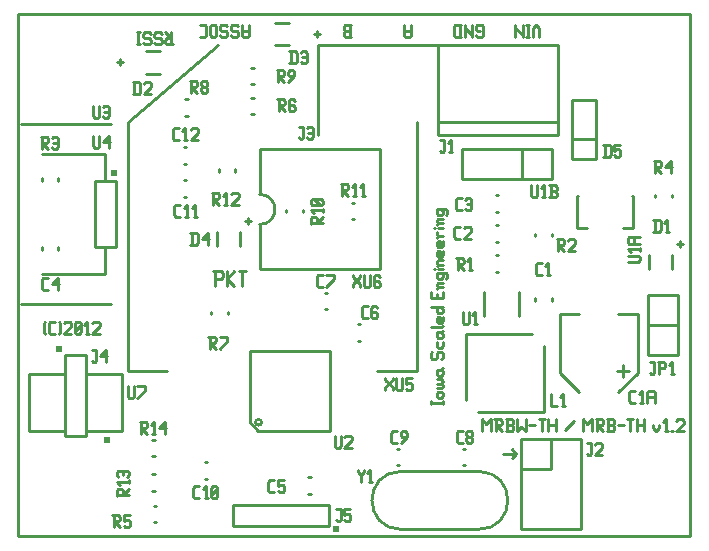
<source format=gbr>
G04 start of page 7 for group -4079 idx -4079 *
G04 Title: (unknown), topsilk *
G04 Creator: pcb 20110918 *
G04 CreationDate: Thu 28 Mar 2013 11:01:16 PM GMT UTC *
G04 For: railfan *
G04 Format: Gerber/RS-274X *
G04 PCB-Dimensions: 225000 175000 *
G04 PCB-Coordinate-Origin: lower left *
%MOIN*%
%FSLAX25Y25*%
%LNTOPSILK*%
%ADD104C,0.0100*%
%ADD103C,0.0001*%
G54D103*G36*
X29000Y33500D02*X31000D01*
Y31500D01*
X29000D01*
Y33500D01*
G37*
G36*
X31500Y122500D02*X33500D01*
Y120500D01*
X31500D01*
Y122500D01*
G37*
G36*
X13000Y64000D02*X15000D01*
Y62000D01*
X13000D01*
Y64000D01*
G37*
G36*
X105500Y4000D02*X107500D01*
Y2000D01*
X105500D01*
Y4000D01*
G37*
G54D104*X500Y174500D02*X224500D01*
X100000Y169000D02*Y167000D01*
X99000Y168000D02*X101000D01*
X224500Y500D02*X500D01*
X72000Y11000D02*X104000D01*
Y4000D01*
X72000D01*
Y11000D01*
X500Y500D02*Y174500D01*
X16000Y61000D02*Y34000D01*
X34500Y159500D02*Y157500D01*
X33500Y158500D02*X35500D01*
X77000Y106500D02*Y104500D01*
X33000Y119000D02*X26000D01*
X29500Y128000D02*Y119000D01*
X76000Y105500D02*X78000D01*
X166500Y28000D02*X165000Y29500D01*
X26000Y119000D02*Y97000D01*
X33000D01*
Y119000D01*
X29500Y88000D02*Y97000D01*
X16000Y34000D02*X23000D01*
Y61000D01*
X16000D01*
X224500Y174500D02*Y500D01*
X221000Y99000D02*Y97000D01*
X220000Y98000D02*X222000D01*
X166500Y28000D02*X165000Y26500D01*
X166500Y28000D02*X162000D01*
X131500Y171000D02*Y167500D01*
X131000Y167000D01*
X129500D02*X131000D01*
X129500D02*X129000Y167500D01*
Y171000D02*Y167500D01*
Y169000D02*X131500D01*
X109500Y171000D02*X111500D01*
X109500D02*X109000Y170500D01*
Y169500D01*
X109500Y169000D02*X109000Y169500D01*
X109500Y169000D02*X111000D01*
Y171000D02*Y167000D01*
X109500D02*X111500D01*
X109500D02*X109000Y167500D01*
Y168500D02*Y167500D01*
X109500Y169000D02*X109000Y168500D01*
X174000Y170000D02*Y167000D01*
Y170000D02*X173000Y171000D01*
X172000Y170000D01*
Y167000D01*
X169800D02*X170800D01*
X170300Y171000D02*Y167000D01*
X169800Y171000D02*X170800D01*
X168600D02*Y167000D01*
Y167500D02*Y167000D01*
Y167500D02*X166100Y170000D01*
Y171000D02*Y167000D01*
X153500D02*X153000Y167500D01*
X153500Y167000D02*X155000D01*
X155500Y167500D02*X155000Y167000D01*
X155500Y170500D02*Y167500D01*
Y170500D02*X155000Y171000D01*
X153500D02*X155000D01*
X153500D02*X153000Y170500D01*
Y169500D01*
X153500Y169000D02*X153000Y169500D01*
X153500Y169000D02*X154500D01*
X151800Y171000D02*Y167000D01*
Y167500D02*Y167000D01*
Y167500D02*X149300Y170000D01*
Y171000D02*Y167000D01*
X147600Y171000D02*Y167000D01*
X146100D02*X145600Y167500D01*
Y170500D02*Y167500D01*
X146100Y171000D02*X145600Y170500D01*
X146100Y171000D02*X148100D01*
X146100Y167000D02*X148100D01*
X9000Y68500D02*X9500Y68000D01*
X9000Y71500D02*X9500Y72000D01*
X9000Y71500D02*Y68500D01*
X11200Y68000D02*X12700D01*
X10700Y68500D02*X11200Y68000D01*
X10700Y71500D02*Y68500D01*
Y71500D02*X11200Y72000D01*
X12700D01*
X13900D02*X14400Y71500D01*
Y68500D01*
X13900Y68000D02*X14400Y68500D01*
X15600Y71500D02*X16100Y72000D01*
X17600D01*
X18100Y71500D01*
Y70500D01*
X15600Y68000D02*X18100Y70500D01*
X15600Y68000D02*X18100D01*
X19300Y68500D02*X19800Y68000D01*
X19300Y71500D02*Y68500D01*
Y71500D02*X19800Y72000D01*
X20800D01*
X21300Y71500D01*
Y68500D01*
X20800Y68000D02*X21300Y68500D01*
X19800Y68000D02*X20800D01*
X19300Y69000D02*X21300Y71000D01*
X23000Y68000D02*X24000D01*
X23500Y72000D02*Y68000D01*
X22500Y71000D02*X23500Y72000D01*
X25200Y71500D02*X25700Y72000D01*
X27200D01*
X27700Y71500D01*
Y70500D01*
X25200Y68000D02*X27700Y70500D01*
X25200Y68000D02*X27700D01*
X50000Y164500D02*X52000D01*
X50000D02*X49500Y165000D01*
Y166000D02*Y165000D01*
X50000Y166500D02*X49500Y166000D01*
X50000Y166500D02*X51500D01*
Y168500D02*Y164500D01*
Y166500D02*X49500Y168500D01*
X46300Y164500D02*X45800Y165000D01*
X46300Y164500D02*X47800D01*
X48300Y165000D02*X47800Y164500D01*
X48300Y166000D02*Y165000D01*
Y166000D02*X47800Y166500D01*
X46300D02*X47800D01*
X46300D02*X45800Y167000D01*
Y168000D02*Y167000D01*
X46300Y168500D02*X45800Y168000D01*
X46300Y168500D02*X47800D01*
X48300Y168000D02*X47800Y168500D01*
X42600Y164500D02*X42100Y165000D01*
X42600Y164500D02*X44100D01*
X44600Y165000D02*X44100Y164500D01*
X44600Y166000D02*Y165000D01*
Y166000D02*X44100Y166500D01*
X42600D02*X44100D01*
X42600D02*X42100Y167000D01*
Y168000D02*Y167000D01*
X42600Y168500D02*X42100Y168000D01*
X42600Y168500D02*X44100D01*
X44600Y168000D02*X44100Y168500D01*
X39900Y164500D02*X40900D01*
X40400Y168500D02*Y164500D01*
X39900Y168500D02*X40900D01*
X66110Y88866D02*Y83986D01*
X65500Y88866D02*X67940D01*
X68550Y88256D01*
Y87036D01*
X67940Y86426D02*X68550Y87036D01*
X66110Y86426D02*X67940D01*
X70014Y88866D02*Y83986D01*
Y86426D02*X72454Y88866D01*
X70014Y86426D02*X72454Y83986D01*
X73918Y88866D02*X76358D01*
X75138D02*Y83986D01*
X77500Y171000D02*Y167500D01*
X77000Y167000D01*
X75500D02*X77000D01*
X75500D02*X75000Y167500D01*
Y171000D02*Y167500D01*
Y169000D02*X77500D01*
X71800Y167000D02*X71300Y167500D01*
X71800Y167000D02*X73300D01*
X73800Y167500D02*X73300Y167000D01*
X73800Y168500D02*Y167500D01*
Y168500D02*X73300Y169000D01*
X71800D02*X73300D01*
X71800D02*X71300Y169500D01*
Y170500D02*Y169500D01*
X71800Y171000D02*X71300Y170500D01*
X71800Y171000D02*X73300D01*
X73800Y170500D02*X73300Y171000D01*
X68100Y167000D02*X67600Y167500D01*
X68100Y167000D02*X69600D01*
X70100Y167500D02*X69600Y167000D01*
X70100Y168500D02*Y167500D01*
Y168500D02*X69600Y169000D01*
X68100D02*X69600D01*
X68100D02*X67600Y169500D01*
Y170500D02*Y169500D01*
X68100Y171000D02*X67600Y170500D01*
X68100Y171000D02*X69600D01*
X70100Y170500D02*X69600Y171000D01*
X66400Y170500D02*Y167500D01*
X65900Y167000D01*
X64900D02*X65900D01*
X64900D02*X64400Y167500D01*
Y170500D02*Y167500D01*
X64900Y171000D02*X64400Y170500D01*
X64900Y171000D02*X65900D01*
X66400Y170500D02*X65900Y171000D01*
X61200D02*X62700D01*
X63200Y170500D02*X62700Y171000D01*
X63200Y170500D02*Y167500D01*
X62700Y167000D01*
X61200D02*X62700D01*
X155000Y39500D02*Y35500D01*
Y39500D02*X156500Y38000D01*
X158000Y39500D01*
Y35500D01*
X159200Y39500D02*X161200D01*
X161700Y39000D01*
Y38000D01*
X161200Y37500D02*X161700Y38000D01*
X159700Y37500D02*X161200D01*
X159700Y39500D02*Y35500D01*
Y37500D02*X161700Y35500D01*
X162900D02*X164900D01*
X165400Y36000D01*
Y37000D02*Y36000D01*
X164900Y37500D02*X165400Y37000D01*
X163400Y37500D02*X164900D01*
X163400Y39500D02*Y35500D01*
X162900Y39500D02*X164900D01*
X165400Y39000D01*
Y38000D01*
X164900Y37500D02*X165400Y38000D01*
X166600Y39500D02*Y35500D01*
X168100Y37000D01*
X169600Y35500D01*
Y39500D02*Y35500D01*
X170800Y37500D02*X172800D01*
X174000Y39500D02*X176000D01*
X175000D02*Y35500D01*
X177200Y39500D02*Y35500D01*
X179700Y39500D02*Y35500D01*
X177200Y37500D02*X179700D01*
X182700Y36000D02*X185700Y39000D01*
X188700Y39500D02*Y35500D01*
Y39500D02*X190200Y38000D01*
X191700Y39500D01*
Y35500D01*
X192900Y39500D02*X194900D01*
X195400Y39000D01*
Y38000D01*
X194900Y37500D02*X195400Y38000D01*
X193400Y37500D02*X194900D01*
X193400Y39500D02*Y35500D01*
Y37500D02*X195400Y35500D01*
X196600D02*X198600D01*
X199100Y36000D01*
Y37000D02*Y36000D01*
X198600Y37500D02*X199100Y37000D01*
X197100Y37500D02*X198600D01*
X197100Y39500D02*Y35500D01*
X196600Y39500D02*X198600D01*
X199100Y39000D01*
Y38000D01*
X198600Y37500D02*X199100Y38000D01*
X200300Y37500D02*X202300D01*
X203500Y39500D02*X205500D01*
X204500D02*Y35500D01*
X206700Y39500D02*Y35500D01*
X209200Y39500D02*Y35500D01*
X206700Y37500D02*X209200D01*
X212200D02*Y36500D01*
X213200Y35500D01*
X214200Y36500D01*
Y37500D02*Y36500D01*
X215900Y35500D02*X216900D01*
X216400Y39500D02*Y35500D01*
X215400Y38500D02*X216400Y39500D01*
X218100Y35500D02*X218600D01*
X219800Y39000D02*X220300Y39500D01*
X221800D01*
X222300Y39000D01*
Y38000D01*
X219800Y35500D02*X222300Y38000D01*
X219800Y35500D02*X222300D01*
X138000Y45500D02*Y44500D01*
Y45000D02*X142000D01*
Y45500D02*Y44500D01*
X140500Y46700D02*X141500D01*
X140500D02*X140000Y47200D01*
Y48200D02*Y47200D01*
Y48200D02*X140500Y48700D01*
X141500D01*
X142000Y48200D02*X141500Y48700D01*
X142000Y48200D02*Y47200D01*
X141500Y46700D02*X142000Y47200D01*
X140000Y49900D02*X141500D01*
X142000Y50400D01*
Y50900D02*Y50400D01*
Y50900D02*X141500Y51400D01*
X140000D02*X141500D01*
X142000Y51900D01*
Y52400D02*Y51900D01*
Y52400D02*X141500Y52900D01*
X140000D02*X141500D01*
X140000Y55600D02*X140500Y56100D01*
X140000Y55600D02*Y54600D01*
X140500Y54100D02*X140000Y54600D01*
X140500Y54100D02*X141500D01*
X142000Y54600D01*
X140000Y56100D02*X141500D01*
X142000Y56600D01*
Y55600D02*Y54600D01*
Y55600D02*X141500Y56100D01*
X138000Y61600D02*X138500Y62100D01*
X138000Y61600D02*Y60100D01*
X138500Y59600D02*X138000Y60100D01*
X138500Y59600D02*X139500D01*
X140000Y60100D01*
Y61600D02*Y60100D01*
Y61600D02*X140500Y62100D01*
X141500D01*
X142000Y61600D02*X141500Y62100D01*
X142000Y61600D02*Y60100D01*
X141500Y59600D02*X142000Y60100D01*
X140000Y65300D02*Y63800D01*
X140500Y63300D02*X140000Y63800D01*
X140500Y63300D02*X141500D01*
X142000Y63800D01*
Y65300D02*Y63800D01*
X140000Y68000D02*X140500Y68500D01*
X140000Y68000D02*Y67000D01*
X140500Y66500D02*X140000Y67000D01*
X140500Y66500D02*X141500D01*
X142000Y67000D01*
X140000Y68500D02*X141500D01*
X142000Y69000D01*
Y68000D02*Y67000D01*
Y68000D02*X141500Y68500D01*
X138000Y70200D02*X141500D01*
X142000Y70700D01*
Y73700D02*Y72200D01*
X141500Y71700D02*X142000Y72200D01*
X140500Y71700D02*X141500D01*
X140500D02*X140000Y72200D01*
Y73200D02*Y72200D01*
Y73200D02*X140500Y73700D01*
X141000D02*Y71700D01*
X140500Y73700D02*X141000D01*
X138000Y76900D02*X142000D01*
Y76400D02*X141500Y76900D01*
X142000Y76400D02*Y75400D01*
X141500Y74900D02*X142000Y75400D01*
X140500Y74900D02*X141500D01*
X140500D02*X140000Y75400D01*
Y76400D02*Y75400D01*
Y76400D02*X140500Y76900D01*
X140000Y81400D02*Y79900D01*
X142000Y81900D02*Y79900D01*
X138000D02*X142000D01*
X138000Y81900D02*Y79900D01*
X140500Y83600D02*X142000D01*
X140500D02*X140000Y84100D01*
Y84600D02*Y84100D01*
Y84600D02*X140500Y85100D01*
X142000D01*
X140000Y83100D02*X140500Y83600D01*
X140000Y87800D02*X140500Y88300D01*
X140000Y87800D02*Y86800D01*
X140500Y86300D02*X140000Y86800D01*
X140500Y86300D02*X141500D01*
X142000Y86800D01*
Y87800D02*Y86800D01*
Y87800D02*X141500Y88300D01*
X143000Y86300D02*X143500Y86800D01*
Y87800D02*Y86800D01*
Y87800D02*X143000Y88300D01*
X140000D02*X143000D01*
X139000Y89500D02*X139500D01*
X140500D02*X142000D01*
X140500Y91000D02*X142000D01*
X140500D02*X140000Y91500D01*
Y92000D02*Y91500D01*
Y92000D02*X140500Y92500D01*
X142000D01*
X140000Y90500D02*X140500Y91000D01*
X142000Y95700D02*Y94200D01*
X141500Y93700D02*X142000Y94200D01*
X140500Y93700D02*X141500D01*
X140500D02*X140000Y94200D01*
Y95200D02*Y94200D01*
Y95200D02*X140500Y95700D01*
X141000D02*Y93700D01*
X140500Y95700D02*X141000D01*
X142000Y98900D02*Y97400D01*
X141500Y96900D02*X142000Y97400D01*
X140500Y96900D02*X141500D01*
X140500D02*X140000Y97400D01*
Y98400D02*Y97400D01*
Y98400D02*X140500Y98900D01*
X141000D02*Y96900D01*
X140500Y98900D02*X141000D01*
X140500Y100600D02*X142000D01*
X140500D02*X140000Y101100D01*
Y102100D02*Y101100D01*
Y100100D02*X140500Y100600D01*
X139000Y103300D02*X139500D01*
X140500D02*X142000D01*
X140500Y104800D02*X142000D01*
X140500D02*X140000Y105300D01*
Y105800D02*Y105300D01*
Y105800D02*X140500Y106300D01*
X142000D01*
X140000Y104300D02*X140500Y104800D01*
X140000Y109000D02*X140500Y109500D01*
X140000Y109000D02*Y108000D01*
X140500Y107500D02*X140000Y108000D01*
X140500Y107500D02*X141500D01*
X142000Y108000D01*
Y109000D02*Y108000D01*
Y109000D02*X141500Y109500D01*
X143000Y107500D02*X143500Y108000D01*
Y109000D02*Y108000D01*
Y109000D02*X143000Y109500D01*
X140000D02*X143000D01*
X62607Y19745D02*X63393D01*
X62607Y25255D02*X63393D01*
X45607Y10755D02*X46393D01*
X45607Y5245D02*X46393D01*
X45107Y32755D02*X45893D01*
X45107Y27245D02*X45893D01*
X45107Y21255D02*X45893D01*
X45107Y15745D02*X45893D01*
X4000Y35500D02*X16000D01*
X23000D02*X35000D01*
X4000Y54500D02*Y35500D01*
Y54500D02*X16000D01*
X23000D02*X35000D01*
Y35500D01*
X175543Y64000D02*Y42000D01*
X153543D02*X175543D01*
X149543Y68000D02*Y46000D01*
Y68000D02*X171543D01*
X126564Y24245D02*X127350D01*
X126564Y29755D02*X127350D01*
X148607D02*X149393D01*
X148607Y24245D02*X149393D01*
X128008Y2854D02*X153992D01*
X128008Y22146D02*X153992D01*
X128008D02*G75*G03X128008Y2854I0J-9646D01*G01*
X153992D02*G75*G03X153992Y22146I0J9646D01*G01*
X178000Y33000D02*Y23000D01*
X168000D02*X178000D01*
X168000Y33000D02*X188000D01*
Y3000D01*
X168000D02*X188000D01*
X168000Y33000D02*Y3000D01*
X111607Y106245D02*X112393D01*
X111607Y111755D02*X112393D01*
X81000Y129500D02*Y114500D01*
Y104500D02*Y89500D01*
Y129500D02*X121000D01*
Y89500D01*
X81000D02*X121000D01*
X81000Y104500D02*G75*G03X81000Y114500I0J5000D01*G01*
X80521Y35621D02*X77621Y38521D01*
X80521Y35621D02*X104379D01*
Y62379D02*Y35621D01*
X77621Y62379D02*X104379D01*
X77621D02*Y38521D01*
X80521Y37521D02*G75*G03X80521Y37521I0J1000D01*G01*
X102607Y76245D02*X103393D01*
X102607Y81755D02*X103393D01*
X113607Y65745D02*X114393D01*
X113607Y71255D02*X114393D01*
X97107Y20255D02*X97893D01*
X97107Y14745D02*X97893D01*
X172788Y79893D02*Y79107D01*
X178298Y79893D02*Y79107D01*
X167441Y81937D02*Y74063D01*
X155629Y81937D02*Y74063D01*
X172788Y101393D02*Y100607D01*
X178298Y101393D02*Y100607D01*
X168500Y119500D02*X178500D01*
X168500Y129500D02*Y119500D01*
X178500Y129500D02*Y119500D01*
X148500D02*X178500D01*
X148500Y129500D02*Y119500D01*
Y129500D02*X178500D01*
X140500Y164300D02*Y134300D01*
X180500Y164300D02*Y134300D01*
X140500Y138700D02*X180500D01*
X140500Y134300D02*X180500D01*
X140500Y164300D02*X180500D01*
X185000Y133000D02*X193000D01*
X185000Y145900D02*X193000D01*
X185000Y126200D02*X193000D01*
X185000Y145900D02*Y126200D01*
X193000Y145900D02*Y126200D01*
X220500Y71000D02*Y81000D01*
X210500Y71000D02*X220500D01*
Y81000D02*X210500D01*
X220500Y61000D02*Y81000D01*
X210500Y61000D02*X220500D01*
X210500Y81000D02*Y61000D01*
X218240Y94362D02*Y89638D01*
X210760Y94362D02*Y89638D01*
X218255Y114393D02*Y113607D01*
X212745Y114393D02*Y113607D01*
X202000Y57500D02*Y53500D01*
X200000Y55500D02*X204000D01*
X206992Y55004D02*X200496Y48508D01*
X181008Y55004D02*X187504Y48508D01*
X206992Y74492D02*Y55004D01*
X181008Y74492D02*Y55004D01*
Y74492D02*X187504D01*
X200496D02*X206992D01*
X186750Y113901D02*X186929D01*
X205071D02*X205250D01*
X186750Y103271D02*X190000D01*
X202000D02*X205250D01*
X186750Y113901D02*Y103271D01*
X205250Y113901D02*Y103271D01*
X159650Y114255D02*X160436D01*
X159650Y108745D02*X160436D01*
X159607Y104255D02*X160393D01*
X159607Y98745D02*X160393D01*
X159650Y88745D02*X160436D01*
X159650Y94255D02*X160436D01*
X100500Y164300D02*X140500D01*
Y134300D01*
X100500Y164300D02*Y134300D01*
X70298Y75393D02*Y74607D01*
X64788Y75393D02*Y74607D01*
X66760Y101862D02*Y97138D01*
X74240Y101862D02*Y97138D01*
X56107Y140745D02*X56893D01*
X56107Y146255D02*X56893D01*
X72755Y122893D02*Y122107D01*
X67245Y122893D02*Y122107D01*
X1500Y138000D02*X31500D01*
X1500Y78000D02*X31500D01*
X13755Y119850D02*Y119064D01*
X8245Y119850D02*Y119064D01*
Y96893D02*Y96107D01*
X13755Y96893D02*Y96107D01*
X29500Y88000D02*X8500D01*
X29500Y128000D02*X8500D01*
X55564Y119255D02*X56350D01*
X55564Y113745D02*X56350D01*
X95255Y109350D02*Y108564D01*
X89745Y109350D02*Y108564D01*
X55564Y130255D02*X56350D01*
X55564Y124745D02*X56350D01*
X86138Y171740D02*X90862D01*
X86138Y164260D02*X90862D01*
X43138Y154760D02*X47862D01*
X43138Y162240D02*X47862D01*
X78107Y146755D02*X78893D01*
X78107Y141245D02*X78893D01*
X78107Y156755D02*X78893D01*
X78107Y151245D02*X78893D01*
X36886Y138457D02*Y55465D01*
X133500Y138457D02*Y55465D01*
X36886D02*X50193D01*
X120193D02*X133500D01*
X36886Y138457D02*X67083Y164166D01*
X63850Y67107D02*X65850D01*
X66350Y66607D01*
Y65607D01*
X65850Y65107D02*X66350Y65607D01*
X64350Y65107D02*X65850D01*
X64350Y67107D02*Y63107D01*
Y65107D02*X66350Y63107D01*
X67550D02*X70050Y65607D01*
Y67107D02*Y65607D01*
X67550Y67107D02*X70050D01*
X8850Y82650D02*X10350D01*
X8350Y83150D02*X8850Y82650D01*
X8350Y86150D02*Y83150D01*
Y86150D02*X8850Y86650D01*
X10350D01*
X11550Y84650D02*X13550Y86650D01*
X11550Y84650D02*X14050D01*
X13550Y86650D02*Y82650D01*
X58350Y101650D02*Y97650D01*
X59850Y101650D02*X60350Y101150D01*
Y98150D01*
X59850Y97650D02*X60350Y98150D01*
X57850Y97650D02*X59850D01*
X57850Y101650D02*X59850D01*
X61550Y99650D02*X63550Y101650D01*
X61550Y99650D02*X64050D01*
X63550Y101650D02*Y97650D01*
X25000Y62500D02*X26500D01*
Y59000D01*
X26000Y58500D02*X26500Y59000D01*
X25500Y58500D02*X26000D01*
X25000Y59000D02*X25500Y58500D01*
X27700Y60500D02*X29700Y62500D01*
X27700Y60500D02*X30200D01*
X29700Y62500D02*Y58500D01*
X59350Y13150D02*X60850D01*
X58850Y13650D02*X59350Y13150D01*
X58850Y16650D02*Y13650D01*
Y16650D02*X59350Y17150D01*
X60850D01*
X62550Y13150D02*X63550D01*
X63050Y17150D02*Y13150D01*
X62050Y16150D02*X63050Y17150D01*
X64750Y13650D02*X65250Y13150D01*
X64750Y16650D02*Y13650D01*
Y16650D02*X65250Y17150D01*
X66250D01*
X66750Y16650D01*
Y13650D01*
X66250Y13150D02*X66750Y13650D01*
X65250Y13150D02*X66250D01*
X64750Y14150D02*X66750Y16150D01*
X37000Y50500D02*Y47000D01*
X37500Y46500D01*
X38500D01*
X39000Y47000D01*
Y50500D02*Y47000D01*
X40200Y46500D02*X42700Y49000D01*
Y50500D02*Y49000D01*
X40200Y50500D02*X42700D01*
X31850Y7564D02*X33850D01*
X34350Y7064D01*
Y6064D01*
X33850Y5564D02*X34350Y6064D01*
X32350Y5564D02*X33850D01*
X32350Y7564D02*Y3564D01*
Y5564D02*X34350Y3564D01*
X35550Y7564D02*X37550D01*
X35550D02*Y5564D01*
X36050Y6064D01*
X37050D01*
X37550Y5564D01*
Y4064D01*
X37050Y3564D02*X37550Y4064D01*
X36050Y3564D02*X37050D01*
X35550Y4064D02*X36050Y3564D01*
X33350Y15936D02*Y13936D01*
Y15936D02*X33850Y16436D01*
X34850D01*
X35350Y15936D02*X34850Y16436D01*
X35350Y15936D02*Y14436D01*
X33350D02*X37350D01*
X35350D02*X37350Y16436D01*
Y19136D02*Y18136D01*
X33350Y18636D02*X37350D01*
X34350Y17636D02*X33350Y18636D01*
X33850Y20336D02*X33350Y20836D01*
Y21836D02*Y20836D01*
Y21836D02*X33850Y22336D01*
X36850D01*
X37350Y21836D02*X36850Y22336D01*
X37350Y21836D02*Y20836D01*
X36850Y20336D02*X37350Y20836D01*
X35350Y22336D02*Y20836D01*
X40893Y38650D02*X42893D01*
X43393Y38150D01*
Y37150D01*
X42893Y36650D02*X43393Y37150D01*
X41393Y36650D02*X42893D01*
X41393Y38650D02*Y34650D01*
Y36650D02*X43393Y34650D01*
X45093D02*X46093D01*
X45593Y38650D02*Y34650D01*
X44593Y37650D02*X45593Y38650D01*
X47293Y36650D02*X49293Y38650D01*
X47293Y36650D02*X49793D01*
X49293Y38650D02*Y34650D01*
X178000Y48043D02*Y44043D01*
X180000D01*
X181700D02*X182700D01*
X182200Y48043D02*Y44043D01*
X181200Y47043D02*X182200Y48043D01*
X125264Y31607D02*X126764D01*
X124764Y32107D02*X125264Y31607D01*
X124764Y35107D02*Y32107D01*
Y35107D02*X125264Y35607D01*
X126764D01*
X127964Y31607D02*X129964Y33607D01*
Y35107D02*Y33607D01*
X129464Y35607D02*X129964Y35107D01*
X128464Y35607D02*X129464D01*
X127964Y35107D02*X128464Y35607D01*
X127964Y35107D02*Y34107D01*
X128464Y33607D01*
X129964D01*
X147065Y31693D02*X148565D01*
X146565Y32193D02*X147065Y31693D01*
X146565Y35193D02*Y32193D01*
Y35193D02*X147065Y35693D01*
X148565D01*
X149765Y32193D02*X150265Y31693D01*
X149765Y33193D02*Y32193D01*
Y33193D02*X150265Y33693D01*
X151265D01*
X151765Y33193D01*
Y32193D01*
X151265Y31693D02*X151765Y32193D01*
X150265Y31693D02*X151265D01*
X149765Y34193D02*X150265Y33693D01*
X149765Y35193D02*Y34193D01*
Y35193D02*X150265Y35693D01*
X151265D01*
X151765Y35193D01*
Y34193D01*
X151265Y33693D02*X151765Y34193D01*
X122752Y53193D02*Y52693D01*
X125252Y50193D01*
Y49193D01*
X122752Y50193D02*Y49193D01*
Y50193D02*X125252Y52693D01*
Y53193D02*Y52693D01*
X126452Y53193D02*Y49693D01*
X126952Y49193D01*
X127952D01*
X128452Y49693D01*
Y53193D02*Y49693D01*
X129652Y53193D02*X131652D01*
X129652D02*Y51193D01*
X130152Y51693D01*
X131152D01*
X131652Y51193D01*
Y49693D01*
X131152Y49193D02*X131652Y49693D01*
X130152Y49193D02*X131152D01*
X129652Y49693D02*X130152Y49193D01*
X190000Y31500D02*X191500D01*
Y28000D01*
X191000Y27500D02*X191500Y28000D01*
X190500Y27500D02*X191000D01*
X190000Y28000D02*X190500Y27500D01*
X192700Y31000D02*X193200Y31500D01*
X194700D01*
X195200Y31000D01*
Y30000D01*
X192700Y27500D02*X195200Y30000D01*
X192700Y27500D02*X195200D01*
X204657Y45000D02*X206157D01*
X204157Y45500D02*X204657Y45000D01*
X204157Y48500D02*Y45500D01*
Y48500D02*X204657Y49000D01*
X206157D01*
X207857Y45000D02*X208857D01*
X208357Y49000D02*Y45000D01*
X207357Y48000D02*X208357Y49000D01*
X210057Y48500D02*Y45000D01*
Y48500D02*X210557Y49000D01*
X212057D01*
X212557Y48500D01*
Y45000D01*
X210057Y47000D02*X212557D01*
X112000Y87500D02*Y87000D01*
X114500Y84500D01*
Y83500D01*
X112000Y84500D02*Y83500D01*
Y84500D02*X114500Y87000D01*
Y87500D02*Y87000D01*
X115700Y87500D02*Y84000D01*
X116200Y83500D01*
X117200D01*
X117700Y84000D01*
Y87500D02*Y84000D01*
X120400Y87500D02*X120900Y87000D01*
X119400Y87500D02*X120400D01*
X118900Y87000D02*X119400Y87500D01*
X118900Y87000D02*Y84000D01*
X119400Y83500D01*
X120400Y85500D02*X120900Y85000D01*
X118900Y85500D02*X120400D01*
X119400Y83500D02*X120400D01*
X120900Y84000D01*
Y85000D02*Y84000D01*
X106000Y34000D02*Y30500D01*
X106500Y30000D01*
X107500D01*
X108000Y30500D01*
Y34000D02*Y30500D01*
X109200Y33500D02*X109700Y34000D01*
X111200D01*
X111700Y33500D01*
Y32500D01*
X109200Y30000D02*X111700Y32500D01*
X109200Y30000D02*X111700D01*
X113657Y22500D02*Y22000D01*
X114657Y21000D01*
X115657Y22000D01*
Y22500D02*Y22000D01*
X114657Y21000D02*Y18500D01*
X117357D02*X118357D01*
X117857Y22500D02*Y18500D01*
X116857Y21500D02*X117857Y22500D01*
X115436Y73150D02*X116936D01*
X114936Y73650D02*X115436Y73150D01*
X114936Y76650D02*Y73650D01*
Y76650D02*X115436Y77150D01*
X116936D01*
X119636D02*X120136Y76650D01*
X118636Y77150D02*X119636D01*
X118136Y76650D02*X118636Y77150D01*
X118136Y76650D02*Y73650D01*
X118636Y73150D01*
X119636Y75150D02*X120136Y74650D01*
X118136Y75150D02*X119636D01*
X118636Y73150D02*X119636D01*
X120136Y73650D01*
Y74650D02*Y73650D01*
X106500Y9500D02*X108000D01*
Y6000D01*
X107500Y5500D02*X108000Y6000D01*
X107000Y5500D02*X107500D01*
X106500Y6000D02*X107000Y5500D01*
X109200Y9500D02*X111200D01*
X109200D02*Y7500D01*
X109700Y8000D01*
X110700D01*
X111200Y7500D01*
Y6000D01*
X110700Y5500D02*X111200Y6000D01*
X109700Y5500D02*X110700D01*
X109200Y6000D02*X109700Y5500D01*
X148611Y75220D02*Y71720D01*
X149111Y71220D01*
X150111D01*
X150611Y71720D01*
Y75220D02*Y71720D01*
X152311Y71220D02*X153311D01*
X152811Y75220D02*Y71220D01*
X151811Y74220D02*X152811Y75220D01*
X100479Y83650D02*X101979D01*
X99979Y84150D02*X100479Y83650D01*
X99979Y87150D02*Y84150D01*
Y87150D02*X100479Y87650D01*
X101979D01*
X103179Y83650D02*X105679Y86150D01*
Y87650D02*Y86150D01*
X103179Y87650D02*X105679D01*
X84350Y15150D02*X85850D01*
X83850Y15650D02*X84350Y15150D01*
X83850Y18650D02*Y15650D01*
Y18650D02*X84350Y19150D01*
X85850D01*
X87050D02*X89050D01*
X87050D02*Y17150D01*
X87550Y17650D01*
X88550D01*
X89050Y17150D01*
Y15650D01*
X88550Y15150D02*X89050Y15650D01*
X87550Y15150D02*X88550D01*
X87050Y15650D02*X87550Y15150D01*
X171500Y117500D02*Y114000D01*
X172000Y113500D01*
X173000D01*
X173500Y114000D01*
Y117500D02*Y114000D01*
X175200Y113500D02*X176200D01*
X175700Y117500D02*Y113500D01*
X174700Y116500D02*X175700Y117500D01*
X177400Y113500D02*X179400D01*
X179900Y114000D01*
Y115000D02*Y114000D01*
X179400Y115500D02*X179900Y115000D01*
X177900Y115500D02*X179400D01*
X177900Y117500D02*Y113500D01*
X177400Y117500D02*X179400D01*
X179900Y117000D01*
Y116000D01*
X179400Y115500D02*X179900Y116000D01*
X196000Y131000D02*Y127000D01*
X197500Y131000D02*X198000Y130500D01*
Y127500D01*
X197500Y127000D02*X198000Y127500D01*
X195500Y127000D02*X197500D01*
X195500Y131000D02*X197500D01*
X199200D02*X201200D01*
X199200D02*Y129000D01*
X199700Y129500D01*
X200700D01*
X201200Y129000D01*
Y127500D01*
X200700Y127000D02*X201200Y127500D01*
X199700Y127000D02*X200700D01*
X199200Y127500D02*X199700Y127000D01*
X108000Y118000D02*X110000D01*
X110500Y117500D01*
Y116500D01*
X110000Y116000D02*X110500Y116500D01*
X108500Y116000D02*X110000D01*
X108500Y118000D02*Y114000D01*
Y116000D02*X110500Y114000D01*
X112200D02*X113200D01*
X112700Y118000D02*Y114000D01*
X111700Y117000D02*X112700Y118000D01*
X114900Y114000D02*X115900D01*
X115400Y118000D02*Y114000D01*
X114400Y117000D02*X115400Y118000D01*
X141000Y132500D02*X142500D01*
Y129000D01*
X142000Y128500D02*X142500Y129000D01*
X141500Y128500D02*X142000D01*
X141000Y129000D02*X141500Y128500D01*
X144200D02*X145200D01*
X144700Y132500D02*Y128500D01*
X143700Y131500D02*X144700Y132500D01*
X211000Y58500D02*X212500D01*
Y55000D01*
X212000Y54500D02*X212500Y55000D01*
X211500Y54500D02*X212000D01*
X211000Y55000D02*X211500Y54500D01*
X214200Y58500D02*Y54500D01*
X213700Y58500D02*X215700D01*
X216200Y58000D01*
Y57000D01*
X215700Y56500D02*X216200Y57000D01*
X214200Y56500D02*X215700D01*
X217900Y54500D02*X218900D01*
X218400Y58500D02*Y54500D01*
X217400Y57500D02*X218400Y58500D01*
X212565Y106055D02*Y102055D01*
X214065Y106055D02*X214565Y105555D01*
Y102555D01*
X214065Y102055D02*X214565Y102555D01*
X212065Y102055D02*X214065D01*
X212065Y106055D02*X214065D01*
X216265Y102055D02*X217265D01*
X216765Y106055D02*Y102055D01*
X215765Y105055D02*X216765Y106055D01*
X212255Y125607D02*X214255D01*
X214755Y125107D01*
Y124107D01*
X214255Y123607D02*X214755Y124107D01*
X212755Y123607D02*X214255D01*
X212755Y125607D02*Y121607D01*
Y123607D02*X214755Y121607D01*
X215955Y123607D02*X217955Y125607D01*
X215955Y123607D02*X218455D01*
X217955Y125607D02*Y121607D01*
X203558Y92010D02*X207058D01*
X207558Y92510D01*
Y93510D02*Y92510D01*
Y93510D02*X207058Y94010D01*
X203558D02*X207058D01*
X207558Y96710D02*Y95710D01*
X203558Y96210D02*X207558D01*
X204558Y95210D02*X203558Y96210D01*
X204058Y97910D02*X207558D01*
X204058D02*X203558Y98410D01*
Y99910D02*Y98410D01*
Y99910D02*X204058Y100410D01*
X207558D01*
X205558D02*Y97910D01*
X146807Y109193D02*X148307D01*
X146307Y109693D02*X146807Y109193D01*
X146307Y112693D02*Y109693D01*
Y112693D02*X146807Y113193D01*
X148307D01*
X149507Y112693D02*X150007Y113193D01*
X151007D01*
X151507Y112693D01*
Y109693D01*
X151007Y109193D02*X151507Y109693D01*
X150007Y109193D02*X151007D01*
X149507Y109693D02*X150007Y109193D01*
Y111193D02*X151507D01*
X146307Y99693D02*X147807D01*
X145807Y100193D02*X146307Y99693D01*
X145807Y103193D02*Y100193D01*
Y103193D02*X146307Y103693D01*
X147807D01*
X149007Y103193D02*X149507Y103693D01*
X151007D01*
X151507Y103193D01*
Y102193D01*
X149007Y99693D02*X151507Y102193D01*
X149007Y99693D02*X151507D01*
X146393Y93193D02*X148393D01*
X148893Y92693D01*
Y91693D01*
X148393Y91193D02*X148893Y91693D01*
X146893Y91193D02*X148393D01*
X146893Y93193D02*Y89193D01*
Y91193D02*X148893Y89193D01*
X150593D02*X151593D01*
X151093Y93193D02*Y89193D01*
X150093Y92193D02*X151093Y93193D01*
X173500Y87500D02*X175000D01*
X173000Y88000D02*X173500Y87500D01*
X173000Y91000D02*Y88000D01*
Y91000D02*X173500Y91500D01*
X175000D01*
X176700Y87500D02*X177700D01*
X177200Y91500D02*Y87500D01*
X176200Y90500D02*X177200Y91500D01*
X180000Y99500D02*X182000D01*
X182500Y99000D01*
Y98000D01*
X182000Y97500D02*X182500Y98000D01*
X180500Y97500D02*X182000D01*
X180500Y99500D02*Y95500D01*
Y97500D02*X182500Y95500D01*
X183700Y99000D02*X184200Y99500D01*
X185700D01*
X186200Y99000D01*
Y98000D01*
X183700Y95500D02*X186200Y98000D01*
X183700Y95500D02*X186200D01*
X25500Y144000D02*Y140500D01*
X26000Y140000D01*
X27000D01*
X27500Y140500D01*
Y144000D02*Y140500D01*
X28700Y143500D02*X29200Y144000D01*
X30200D01*
X30700Y143500D01*
Y140500D01*
X30200Y140000D02*X30700Y140500D01*
X29200Y140000D02*X30200D01*
X28700Y140500D02*X29200Y140000D01*
Y142000D02*X30700D01*
X7893Y133650D02*X9893D01*
X10393Y133150D01*
Y132150D01*
X9893Y131650D02*X10393Y132150D01*
X8393Y131650D02*X9893D01*
X8393Y133650D02*Y129650D01*
Y131650D02*X10393Y129650D01*
X11593Y133150D02*X12093Y133650D01*
X13093D01*
X13593Y133150D01*
Y130150D01*
X13093Y129650D02*X13593Y130150D01*
X12093Y129650D02*X13093D01*
X11593Y130150D02*X12093Y129650D01*
Y131650D02*X13593D01*
X25500Y134000D02*Y130500D01*
X26000Y130000D01*
X27000D01*
X27500Y130500D01*
Y134000D02*Y130500D01*
X28700Y132000D02*X30700Y134000D01*
X28700Y132000D02*X31200D01*
X30700Y134000D02*Y130000D01*
X39157Y151902D02*Y147902D01*
X40657Y151902D02*X41157Y151402D01*
Y148402D01*
X40657Y147902D02*X41157Y148402D01*
X38657Y147902D02*X40657D01*
X38657Y151902D02*X40657D01*
X42357Y151402D02*X42857Y151902D01*
X44357D01*
X44857Y151402D01*
Y150402D01*
X42357Y147902D02*X44857Y150402D01*
X42357Y147902D02*X44857D01*
X57700Y152402D02*X59700D01*
X60200Y151902D01*
Y150902D01*
X59700Y150402D02*X60200Y150902D01*
X58200Y150402D02*X59700D01*
X58200Y152402D02*Y148402D01*
Y150402D02*X60200Y148402D01*
X61400Y148902D02*X61900Y148402D01*
X61400Y149902D02*Y148902D01*
Y149902D02*X61900Y150402D01*
X62900D01*
X63400Y149902D01*
Y148902D01*
X62900Y148402D02*X63400Y148902D01*
X61900Y148402D02*X62900D01*
X61400Y150902D02*X61900Y150402D01*
X61400Y151902D02*Y150902D01*
Y151902D02*X61900Y152402D01*
X62900D01*
X63400Y151902D01*
Y150902D01*
X62900Y150402D02*X63400Y150902D01*
X53000Y107000D02*X54500D01*
X52500Y107500D02*X53000Y107000D01*
X52500Y110500D02*Y107500D01*
Y110500D02*X53000Y111000D01*
X54500D01*
X56200Y107000D02*X57200D01*
X56700Y111000D02*Y107000D01*
X55700Y110000D02*X56700Y111000D01*
X58900Y107000D02*X59900D01*
X59400Y111000D02*Y107000D01*
X58400Y110000D02*X59400Y111000D01*
X65000Y115000D02*X67000D01*
X67500Y114500D01*
Y113500D01*
X67000Y113000D02*X67500Y113500D01*
X65500Y113000D02*X67000D01*
X65500Y115000D02*Y111000D01*
Y113000D02*X67500Y111000D01*
X69200D02*X70200D01*
X69700Y115000D02*Y111000D01*
X68700Y114000D02*X69700Y115000D01*
X71400Y114500D02*X71900Y115000D01*
X73400D01*
X73900Y114500D01*
Y113500D01*
X71400Y111000D02*X73900Y113500D01*
X71400Y111000D02*X73900D01*
X52500Y132500D02*X54000D01*
X52000Y133000D02*X52500Y132500D01*
X52000Y136000D02*Y133000D01*
Y136000D02*X52500Y136500D01*
X54000D01*
X55700Y132500D02*X56700D01*
X56200Y136500D02*Y132500D01*
X55200Y135500D02*X56200Y136500D01*
X57900Y136000D02*X58400Y136500D01*
X59900D01*
X60400Y136000D01*
Y135000D01*
X57900Y132500D02*X60400Y135000D01*
X57900Y132500D02*X60400D01*
X91350Y162150D02*Y158150D01*
X92850Y162150D02*X93350Y161650D01*
Y158650D01*
X92850Y158150D02*X93350Y158650D01*
X90850Y158150D02*X92850D01*
X90850Y162150D02*X92850D01*
X94550Y161650D02*X95050Y162150D01*
X96050D01*
X96550Y161650D01*
Y158650D01*
X96050Y158150D02*X96550Y158650D01*
X95050Y158150D02*X96050D01*
X94550Y158650D02*X95050Y158150D01*
Y160150D02*X96550D01*
X98000Y106500D02*Y104500D01*
Y106500D02*X98500Y107000D01*
X99500D01*
X100000Y106500D02*X99500Y107000D01*
X100000Y106500D02*Y105000D01*
X98000D02*X102000D01*
X100000D02*X102000Y107000D01*
Y109700D02*Y108700D01*
X98000Y109200D02*X102000D01*
X99000Y108200D02*X98000Y109200D01*
X101500Y110900D02*X102000Y111400D01*
X98500Y110900D02*X101500D01*
X98500D02*X98000Y111400D01*
Y112400D02*Y111400D01*
Y112400D02*X98500Y112900D01*
X101500D01*
X102000Y112400D02*X101500Y112900D01*
X102000Y112400D02*Y111400D01*
X101000Y110900D02*X99000Y112900D01*
X86850Y146150D02*X88850D01*
X89350Y145650D01*
Y144650D01*
X88850Y144150D02*X89350Y144650D01*
X87350Y144150D02*X88850D01*
X87350Y146150D02*Y142150D01*
Y144150D02*X89350Y142150D01*
X92050Y146150D02*X92550Y145650D01*
X91050Y146150D02*X92050D01*
X90550Y145650D02*X91050Y146150D01*
X90550Y145650D02*Y142650D01*
X91050Y142150D01*
X92050Y144150D02*X92550Y143650D01*
X90550Y144150D02*X92050D01*
X91050Y142150D02*X92050D01*
X92550Y142650D01*
Y143650D02*Y142650D01*
X94000Y137000D02*X95500D01*
Y133500D01*
X95000Y133000D02*X95500Y133500D01*
X94500Y133000D02*X95000D01*
X94000Y133500D02*X94500Y133000D01*
X96700Y136500D02*X97200Y137000D01*
X98200D01*
X98700Y136500D01*
Y133500D01*
X98200Y133000D02*X98700Y133500D01*
X97200Y133000D02*X98200D01*
X96700Y133500D02*X97200Y133000D01*
Y135000D02*X98700D01*
X86700Y155902D02*X88700D01*
X89200Y155402D01*
Y154402D01*
X88700Y153902D02*X89200Y154402D01*
X87200Y153902D02*X88700D01*
X87200Y155902D02*Y151902D01*
Y153902D02*X89200Y151902D01*
X90400D02*X92400Y153902D01*
Y155402D02*Y153902D01*
X91900Y155902D02*X92400Y155402D01*
X90900Y155902D02*X91900D01*
X90400Y155402D02*X90900Y155902D01*
X90400Y155402D02*Y154402D01*
X90900Y153902D01*
X92400D01*
M02*

</source>
